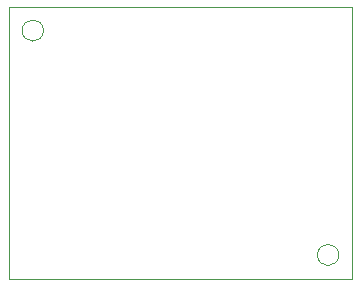
<source format=gbr>
%TF.GenerationSoftware,KiCad,Pcbnew,8.0.1*%
%TF.CreationDate,2024-07-01T16:13:12-04:00*%
%TF.ProjectId,V1,56312e6b-6963-4616-945f-706362585858,rev?*%
%TF.SameCoordinates,Original*%
%TF.FileFunction,Profile,NP*%
%FSLAX46Y46*%
G04 Gerber Fmt 4.6, Leading zero omitted, Abs format (unit mm)*
G04 Created by KiCad (PCBNEW 8.0.1) date 2024-07-01 16:13:12*
%MOMM*%
%LPD*%
G01*
G04 APERTURE LIST*
%TA.AperFunction,Profile*%
%ADD10C,0.100000*%
%TD*%
G04 APERTURE END LIST*
D10*
X179160000Y-100198621D02*
X179160000Y-123198621D01*
X178060000Y-121198621D02*
G75*
G02*
X176260000Y-121198621I-900000J0D01*
G01*
X176260000Y-121198621D02*
G75*
G02*
X178060000Y-121198621I900000J0D01*
G01*
X150160000Y-123198621D02*
X150160000Y-100198621D01*
X179160000Y-123198621D02*
X150160000Y-123198621D01*
X153060000Y-102198621D02*
G75*
G02*
X151260000Y-102198621I-900000J0D01*
G01*
X151260000Y-102198621D02*
G75*
G02*
X153060000Y-102198621I900000J0D01*
G01*
X150160000Y-100198621D02*
X179160000Y-100198621D01*
M02*

</source>
